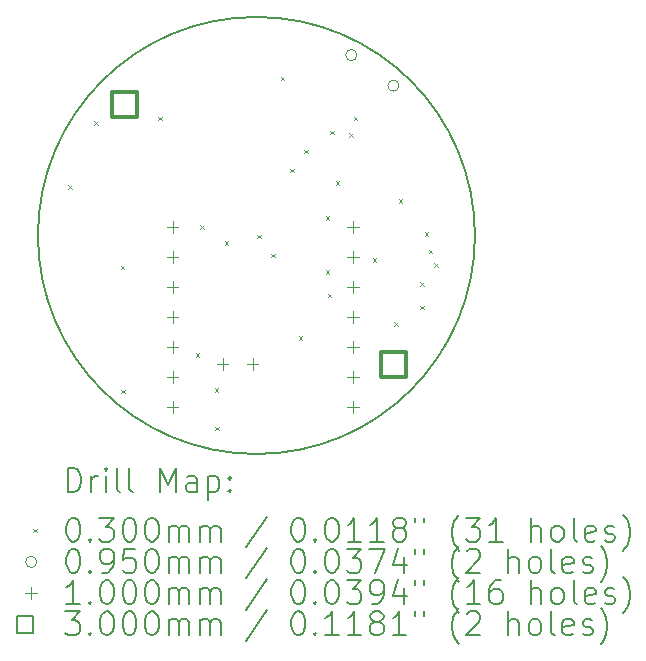
<source format=gbr>
%TF.GenerationSoftware,KiCad,Pcbnew,8.0.1*%
%TF.CreationDate,2024-04-01T21:43:55+02:00*%
%TF.ProjectId,SenseLoraCAM,53656e73-654c-46f7-9261-43414d2e6b69,rev?*%
%TF.SameCoordinates,Original*%
%TF.FileFunction,Drillmap*%
%TF.FilePolarity,Positive*%
%FSLAX45Y45*%
G04 Gerber Fmt 4.5, Leading zero omitted, Abs format (unit mm)*
G04 Created by KiCad (PCBNEW 8.0.1) date 2024-04-01 21:43:55*
%MOMM*%
%LPD*%
G01*
G04 APERTURE LIST*
%ADD10C,0.200000*%
%ADD11C,0.100000*%
%ADD12C,0.300000*%
G04 APERTURE END LIST*
D10*
X13250000Y-7970000D02*
G75*
G02*
X9550000Y-7970000I-1850000J0D01*
G01*
X9550000Y-7970000D02*
G75*
G02*
X13250000Y-7970000I1850000J0D01*
G01*
D11*
X9805000Y-7545000D02*
X9835000Y-7575000D01*
X9835000Y-7545000D02*
X9805000Y-7575000D01*
X10025000Y-7005000D02*
X10055000Y-7035000D01*
X10055000Y-7005000D02*
X10025000Y-7035000D01*
X10252500Y-8225000D02*
X10282500Y-8255000D01*
X10282500Y-8225000D02*
X10252500Y-8255000D01*
X10255000Y-9275000D02*
X10285000Y-9305000D01*
X10285000Y-9275000D02*
X10255000Y-9305000D01*
X10570000Y-6965000D02*
X10600000Y-6995000D01*
X10600000Y-6965000D02*
X10570000Y-6995000D01*
X10885000Y-8965000D02*
X10915000Y-8995000D01*
X10915000Y-8965000D02*
X10885000Y-8995000D01*
X10925000Y-7885000D02*
X10955000Y-7915000D01*
X10955000Y-7885000D02*
X10925000Y-7915000D01*
X11045000Y-9265000D02*
X11075000Y-9295000D01*
X11075000Y-9265000D02*
X11045000Y-9295000D01*
X11050679Y-9589800D02*
X11080679Y-9619800D01*
X11080679Y-9589800D02*
X11050679Y-9619800D01*
X11130000Y-8018000D02*
X11160000Y-8048000D01*
X11160000Y-8018000D02*
X11130000Y-8048000D01*
X11405000Y-7965000D02*
X11435000Y-7995000D01*
X11435000Y-7965000D02*
X11405000Y-7995000D01*
X11525000Y-8125000D02*
X11555000Y-8155000D01*
X11555000Y-8125000D02*
X11525000Y-8155000D01*
X11605000Y-6625000D02*
X11635000Y-6655000D01*
X11635000Y-6625000D02*
X11605000Y-6655000D01*
X11685000Y-7405000D02*
X11715000Y-7435000D01*
X11715000Y-7405000D02*
X11685000Y-7435000D01*
X11757500Y-8825000D02*
X11787500Y-8855000D01*
X11787500Y-8825000D02*
X11757500Y-8855000D01*
X11805000Y-7245000D02*
X11835000Y-7275000D01*
X11835000Y-7245000D02*
X11805000Y-7275000D01*
X11985000Y-7805000D02*
X12015000Y-7835000D01*
X12015000Y-7805000D02*
X11985000Y-7835000D01*
X11985000Y-8265000D02*
X12015000Y-8295000D01*
X12015000Y-8265000D02*
X11985000Y-8295000D01*
X12005000Y-8465000D02*
X12035000Y-8495000D01*
X12035000Y-8465000D02*
X12005000Y-8495000D01*
X12025000Y-7085000D02*
X12055000Y-7115000D01*
X12055000Y-7085000D02*
X12025000Y-7115000D01*
X12070000Y-7510000D02*
X12100000Y-7540000D01*
X12100000Y-7510000D02*
X12070000Y-7540000D01*
X12185000Y-7105000D02*
X12215000Y-7135000D01*
X12215000Y-7105000D02*
X12185000Y-7135000D01*
X12225000Y-6965000D02*
X12255000Y-6995000D01*
X12255000Y-6965000D02*
X12225000Y-6995000D01*
X12385000Y-8165000D02*
X12415000Y-8195000D01*
X12415000Y-8165000D02*
X12385000Y-8195000D01*
X12565000Y-8705000D02*
X12595000Y-8735000D01*
X12595000Y-8705000D02*
X12565000Y-8735000D01*
X12605000Y-7665000D02*
X12635000Y-7695000D01*
X12635000Y-7665000D02*
X12605000Y-7695000D01*
X12785000Y-8365000D02*
X12815000Y-8395000D01*
X12815000Y-8365000D02*
X12785000Y-8395000D01*
X12785000Y-8565000D02*
X12815000Y-8595000D01*
X12815000Y-8565000D02*
X12785000Y-8595000D01*
X12825000Y-7945000D02*
X12855000Y-7975000D01*
X12855000Y-7945000D02*
X12825000Y-7975000D01*
X12859038Y-8090962D02*
X12889038Y-8120962D01*
X12889038Y-8090962D02*
X12859038Y-8120962D01*
X12905000Y-8205000D02*
X12935000Y-8235000D01*
X12935000Y-8205000D02*
X12905000Y-8235000D01*
X12251135Y-6443229D02*
G75*
G02*
X12156135Y-6443229I-47500J0D01*
G01*
X12156135Y-6443229D02*
G75*
G02*
X12251135Y-6443229I47500J0D01*
G01*
X12607103Y-6701854D02*
G75*
G02*
X12512103Y-6701854I-47500J0D01*
G01*
X12512103Y-6701854D02*
G75*
G02*
X12607103Y-6701854I47500J0D01*
G01*
X10690000Y-7850000D02*
X10690000Y-7950000D01*
X10640000Y-7900000D02*
X10740000Y-7900000D01*
X10690000Y-8104000D02*
X10690000Y-8204000D01*
X10640000Y-8154000D02*
X10740000Y-8154000D01*
X10690000Y-8358000D02*
X10690000Y-8458000D01*
X10640000Y-8408000D02*
X10740000Y-8408000D01*
X10690000Y-8612000D02*
X10690000Y-8712000D01*
X10640000Y-8662000D02*
X10740000Y-8662000D01*
X10690000Y-8866000D02*
X10690000Y-8966000D01*
X10640000Y-8916000D02*
X10740000Y-8916000D01*
X10690000Y-9120000D02*
X10690000Y-9220000D01*
X10640000Y-9170000D02*
X10740000Y-9170000D01*
X10690000Y-9374000D02*
X10690000Y-9474000D01*
X10640000Y-9424000D02*
X10740000Y-9424000D01*
X11113500Y-9010000D02*
X11113500Y-9110000D01*
X11063500Y-9060000D02*
X11163500Y-9060000D01*
X11367500Y-9010000D02*
X11367500Y-9110000D01*
X11317500Y-9060000D02*
X11417500Y-9060000D01*
X12220000Y-7850000D02*
X12220000Y-7950000D01*
X12170000Y-7900000D02*
X12270000Y-7900000D01*
X12220000Y-8104000D02*
X12220000Y-8204000D01*
X12170000Y-8154000D02*
X12270000Y-8154000D01*
X12220000Y-8358000D02*
X12220000Y-8458000D01*
X12170000Y-8408000D02*
X12270000Y-8408000D01*
X12220000Y-8612000D02*
X12220000Y-8712000D01*
X12170000Y-8662000D02*
X12270000Y-8662000D01*
X12220000Y-8866000D02*
X12220000Y-8966000D01*
X12170000Y-8916000D02*
X12270000Y-8916000D01*
X12220000Y-9120000D02*
X12220000Y-9220000D01*
X12170000Y-9170000D02*
X12270000Y-9170000D01*
X12220000Y-9374000D02*
X12220000Y-9474000D01*
X12170000Y-9424000D02*
X12270000Y-9424000D01*
D12*
X10386067Y-6966067D02*
X10386067Y-6753933D01*
X10173933Y-6753933D01*
X10173933Y-6966067D01*
X10386067Y-6966067D01*
X12666067Y-9166067D02*
X12666067Y-8953933D01*
X12453933Y-8953933D01*
X12453933Y-9166067D01*
X12666067Y-9166067D01*
D10*
X9800777Y-10141484D02*
X9800777Y-9941484D01*
X9800777Y-9941484D02*
X9848396Y-9941484D01*
X9848396Y-9941484D02*
X9876967Y-9951008D01*
X9876967Y-9951008D02*
X9896015Y-9970055D01*
X9896015Y-9970055D02*
X9905539Y-9989103D01*
X9905539Y-9989103D02*
X9915063Y-10027198D01*
X9915063Y-10027198D02*
X9915063Y-10055770D01*
X9915063Y-10055770D02*
X9905539Y-10093865D01*
X9905539Y-10093865D02*
X9896015Y-10112912D01*
X9896015Y-10112912D02*
X9876967Y-10131960D01*
X9876967Y-10131960D02*
X9848396Y-10141484D01*
X9848396Y-10141484D02*
X9800777Y-10141484D01*
X10000777Y-10141484D02*
X10000777Y-10008150D01*
X10000777Y-10046246D02*
X10010301Y-10027198D01*
X10010301Y-10027198D02*
X10019824Y-10017674D01*
X10019824Y-10017674D02*
X10038872Y-10008150D01*
X10038872Y-10008150D02*
X10057920Y-10008150D01*
X10124586Y-10141484D02*
X10124586Y-10008150D01*
X10124586Y-9941484D02*
X10115063Y-9951008D01*
X10115063Y-9951008D02*
X10124586Y-9960531D01*
X10124586Y-9960531D02*
X10134110Y-9951008D01*
X10134110Y-9951008D02*
X10124586Y-9941484D01*
X10124586Y-9941484D02*
X10124586Y-9960531D01*
X10248396Y-10141484D02*
X10229348Y-10131960D01*
X10229348Y-10131960D02*
X10219824Y-10112912D01*
X10219824Y-10112912D02*
X10219824Y-9941484D01*
X10353158Y-10141484D02*
X10334110Y-10131960D01*
X10334110Y-10131960D02*
X10324586Y-10112912D01*
X10324586Y-10112912D02*
X10324586Y-9941484D01*
X10581729Y-10141484D02*
X10581729Y-9941484D01*
X10581729Y-9941484D02*
X10648396Y-10084341D01*
X10648396Y-10084341D02*
X10715063Y-9941484D01*
X10715063Y-9941484D02*
X10715063Y-10141484D01*
X10896015Y-10141484D02*
X10896015Y-10036722D01*
X10896015Y-10036722D02*
X10886491Y-10017674D01*
X10886491Y-10017674D02*
X10867444Y-10008150D01*
X10867444Y-10008150D02*
X10829348Y-10008150D01*
X10829348Y-10008150D02*
X10810301Y-10017674D01*
X10896015Y-10131960D02*
X10876967Y-10141484D01*
X10876967Y-10141484D02*
X10829348Y-10141484D01*
X10829348Y-10141484D02*
X10810301Y-10131960D01*
X10810301Y-10131960D02*
X10800777Y-10112912D01*
X10800777Y-10112912D02*
X10800777Y-10093865D01*
X10800777Y-10093865D02*
X10810301Y-10074817D01*
X10810301Y-10074817D02*
X10829348Y-10065293D01*
X10829348Y-10065293D02*
X10876967Y-10065293D01*
X10876967Y-10065293D02*
X10896015Y-10055770D01*
X10991253Y-10008150D02*
X10991253Y-10208150D01*
X10991253Y-10017674D02*
X11010301Y-10008150D01*
X11010301Y-10008150D02*
X11048396Y-10008150D01*
X11048396Y-10008150D02*
X11067444Y-10017674D01*
X11067444Y-10017674D02*
X11076967Y-10027198D01*
X11076967Y-10027198D02*
X11086491Y-10046246D01*
X11086491Y-10046246D02*
X11086491Y-10103389D01*
X11086491Y-10103389D02*
X11076967Y-10122436D01*
X11076967Y-10122436D02*
X11067444Y-10131960D01*
X11067444Y-10131960D02*
X11048396Y-10141484D01*
X11048396Y-10141484D02*
X11010301Y-10141484D01*
X11010301Y-10141484D02*
X10991253Y-10131960D01*
X11172205Y-10122436D02*
X11181729Y-10131960D01*
X11181729Y-10131960D02*
X11172205Y-10141484D01*
X11172205Y-10141484D02*
X11162682Y-10131960D01*
X11162682Y-10131960D02*
X11172205Y-10122436D01*
X11172205Y-10122436D02*
X11172205Y-10141484D01*
X11172205Y-10017674D02*
X11181729Y-10027198D01*
X11181729Y-10027198D02*
X11172205Y-10036722D01*
X11172205Y-10036722D02*
X11162682Y-10027198D01*
X11162682Y-10027198D02*
X11172205Y-10017674D01*
X11172205Y-10017674D02*
X11172205Y-10036722D01*
D11*
X9510000Y-10455000D02*
X9540000Y-10485000D01*
X9540000Y-10455000D02*
X9510000Y-10485000D01*
D10*
X9838872Y-10361484D02*
X9857920Y-10361484D01*
X9857920Y-10361484D02*
X9876967Y-10371008D01*
X9876967Y-10371008D02*
X9886491Y-10380531D01*
X9886491Y-10380531D02*
X9896015Y-10399579D01*
X9896015Y-10399579D02*
X9905539Y-10437674D01*
X9905539Y-10437674D02*
X9905539Y-10485293D01*
X9905539Y-10485293D02*
X9896015Y-10523389D01*
X9896015Y-10523389D02*
X9886491Y-10542436D01*
X9886491Y-10542436D02*
X9876967Y-10551960D01*
X9876967Y-10551960D02*
X9857920Y-10561484D01*
X9857920Y-10561484D02*
X9838872Y-10561484D01*
X9838872Y-10561484D02*
X9819824Y-10551960D01*
X9819824Y-10551960D02*
X9810301Y-10542436D01*
X9810301Y-10542436D02*
X9800777Y-10523389D01*
X9800777Y-10523389D02*
X9791253Y-10485293D01*
X9791253Y-10485293D02*
X9791253Y-10437674D01*
X9791253Y-10437674D02*
X9800777Y-10399579D01*
X9800777Y-10399579D02*
X9810301Y-10380531D01*
X9810301Y-10380531D02*
X9819824Y-10371008D01*
X9819824Y-10371008D02*
X9838872Y-10361484D01*
X9991253Y-10542436D02*
X10000777Y-10551960D01*
X10000777Y-10551960D02*
X9991253Y-10561484D01*
X9991253Y-10561484D02*
X9981729Y-10551960D01*
X9981729Y-10551960D02*
X9991253Y-10542436D01*
X9991253Y-10542436D02*
X9991253Y-10561484D01*
X10067444Y-10361484D02*
X10191253Y-10361484D01*
X10191253Y-10361484D02*
X10124586Y-10437674D01*
X10124586Y-10437674D02*
X10153158Y-10437674D01*
X10153158Y-10437674D02*
X10172205Y-10447198D01*
X10172205Y-10447198D02*
X10181729Y-10456722D01*
X10181729Y-10456722D02*
X10191253Y-10475770D01*
X10191253Y-10475770D02*
X10191253Y-10523389D01*
X10191253Y-10523389D02*
X10181729Y-10542436D01*
X10181729Y-10542436D02*
X10172205Y-10551960D01*
X10172205Y-10551960D02*
X10153158Y-10561484D01*
X10153158Y-10561484D02*
X10096015Y-10561484D01*
X10096015Y-10561484D02*
X10076967Y-10551960D01*
X10076967Y-10551960D02*
X10067444Y-10542436D01*
X10315063Y-10361484D02*
X10334110Y-10361484D01*
X10334110Y-10361484D02*
X10353158Y-10371008D01*
X10353158Y-10371008D02*
X10362682Y-10380531D01*
X10362682Y-10380531D02*
X10372205Y-10399579D01*
X10372205Y-10399579D02*
X10381729Y-10437674D01*
X10381729Y-10437674D02*
X10381729Y-10485293D01*
X10381729Y-10485293D02*
X10372205Y-10523389D01*
X10372205Y-10523389D02*
X10362682Y-10542436D01*
X10362682Y-10542436D02*
X10353158Y-10551960D01*
X10353158Y-10551960D02*
X10334110Y-10561484D01*
X10334110Y-10561484D02*
X10315063Y-10561484D01*
X10315063Y-10561484D02*
X10296015Y-10551960D01*
X10296015Y-10551960D02*
X10286491Y-10542436D01*
X10286491Y-10542436D02*
X10276967Y-10523389D01*
X10276967Y-10523389D02*
X10267444Y-10485293D01*
X10267444Y-10485293D02*
X10267444Y-10437674D01*
X10267444Y-10437674D02*
X10276967Y-10399579D01*
X10276967Y-10399579D02*
X10286491Y-10380531D01*
X10286491Y-10380531D02*
X10296015Y-10371008D01*
X10296015Y-10371008D02*
X10315063Y-10361484D01*
X10505539Y-10361484D02*
X10524586Y-10361484D01*
X10524586Y-10361484D02*
X10543634Y-10371008D01*
X10543634Y-10371008D02*
X10553158Y-10380531D01*
X10553158Y-10380531D02*
X10562682Y-10399579D01*
X10562682Y-10399579D02*
X10572205Y-10437674D01*
X10572205Y-10437674D02*
X10572205Y-10485293D01*
X10572205Y-10485293D02*
X10562682Y-10523389D01*
X10562682Y-10523389D02*
X10553158Y-10542436D01*
X10553158Y-10542436D02*
X10543634Y-10551960D01*
X10543634Y-10551960D02*
X10524586Y-10561484D01*
X10524586Y-10561484D02*
X10505539Y-10561484D01*
X10505539Y-10561484D02*
X10486491Y-10551960D01*
X10486491Y-10551960D02*
X10476967Y-10542436D01*
X10476967Y-10542436D02*
X10467444Y-10523389D01*
X10467444Y-10523389D02*
X10457920Y-10485293D01*
X10457920Y-10485293D02*
X10457920Y-10437674D01*
X10457920Y-10437674D02*
X10467444Y-10399579D01*
X10467444Y-10399579D02*
X10476967Y-10380531D01*
X10476967Y-10380531D02*
X10486491Y-10371008D01*
X10486491Y-10371008D02*
X10505539Y-10361484D01*
X10657920Y-10561484D02*
X10657920Y-10428150D01*
X10657920Y-10447198D02*
X10667444Y-10437674D01*
X10667444Y-10437674D02*
X10686491Y-10428150D01*
X10686491Y-10428150D02*
X10715063Y-10428150D01*
X10715063Y-10428150D02*
X10734110Y-10437674D01*
X10734110Y-10437674D02*
X10743634Y-10456722D01*
X10743634Y-10456722D02*
X10743634Y-10561484D01*
X10743634Y-10456722D02*
X10753158Y-10437674D01*
X10753158Y-10437674D02*
X10772205Y-10428150D01*
X10772205Y-10428150D02*
X10800777Y-10428150D01*
X10800777Y-10428150D02*
X10819825Y-10437674D01*
X10819825Y-10437674D02*
X10829348Y-10456722D01*
X10829348Y-10456722D02*
X10829348Y-10561484D01*
X10924586Y-10561484D02*
X10924586Y-10428150D01*
X10924586Y-10447198D02*
X10934110Y-10437674D01*
X10934110Y-10437674D02*
X10953158Y-10428150D01*
X10953158Y-10428150D02*
X10981729Y-10428150D01*
X10981729Y-10428150D02*
X11000777Y-10437674D01*
X11000777Y-10437674D02*
X11010301Y-10456722D01*
X11010301Y-10456722D02*
X11010301Y-10561484D01*
X11010301Y-10456722D02*
X11019825Y-10437674D01*
X11019825Y-10437674D02*
X11038872Y-10428150D01*
X11038872Y-10428150D02*
X11067444Y-10428150D01*
X11067444Y-10428150D02*
X11086491Y-10437674D01*
X11086491Y-10437674D02*
X11096015Y-10456722D01*
X11096015Y-10456722D02*
X11096015Y-10561484D01*
X11486491Y-10351960D02*
X11315063Y-10609103D01*
X11743634Y-10361484D02*
X11762682Y-10361484D01*
X11762682Y-10361484D02*
X11781729Y-10371008D01*
X11781729Y-10371008D02*
X11791253Y-10380531D01*
X11791253Y-10380531D02*
X11800777Y-10399579D01*
X11800777Y-10399579D02*
X11810301Y-10437674D01*
X11810301Y-10437674D02*
X11810301Y-10485293D01*
X11810301Y-10485293D02*
X11800777Y-10523389D01*
X11800777Y-10523389D02*
X11791253Y-10542436D01*
X11791253Y-10542436D02*
X11781729Y-10551960D01*
X11781729Y-10551960D02*
X11762682Y-10561484D01*
X11762682Y-10561484D02*
X11743634Y-10561484D01*
X11743634Y-10561484D02*
X11724586Y-10551960D01*
X11724586Y-10551960D02*
X11715063Y-10542436D01*
X11715063Y-10542436D02*
X11705539Y-10523389D01*
X11705539Y-10523389D02*
X11696015Y-10485293D01*
X11696015Y-10485293D02*
X11696015Y-10437674D01*
X11696015Y-10437674D02*
X11705539Y-10399579D01*
X11705539Y-10399579D02*
X11715063Y-10380531D01*
X11715063Y-10380531D02*
X11724586Y-10371008D01*
X11724586Y-10371008D02*
X11743634Y-10361484D01*
X11896015Y-10542436D02*
X11905539Y-10551960D01*
X11905539Y-10551960D02*
X11896015Y-10561484D01*
X11896015Y-10561484D02*
X11886491Y-10551960D01*
X11886491Y-10551960D02*
X11896015Y-10542436D01*
X11896015Y-10542436D02*
X11896015Y-10561484D01*
X12029348Y-10361484D02*
X12048396Y-10361484D01*
X12048396Y-10361484D02*
X12067444Y-10371008D01*
X12067444Y-10371008D02*
X12076967Y-10380531D01*
X12076967Y-10380531D02*
X12086491Y-10399579D01*
X12086491Y-10399579D02*
X12096015Y-10437674D01*
X12096015Y-10437674D02*
X12096015Y-10485293D01*
X12096015Y-10485293D02*
X12086491Y-10523389D01*
X12086491Y-10523389D02*
X12076967Y-10542436D01*
X12076967Y-10542436D02*
X12067444Y-10551960D01*
X12067444Y-10551960D02*
X12048396Y-10561484D01*
X12048396Y-10561484D02*
X12029348Y-10561484D01*
X12029348Y-10561484D02*
X12010301Y-10551960D01*
X12010301Y-10551960D02*
X12000777Y-10542436D01*
X12000777Y-10542436D02*
X11991253Y-10523389D01*
X11991253Y-10523389D02*
X11981729Y-10485293D01*
X11981729Y-10485293D02*
X11981729Y-10437674D01*
X11981729Y-10437674D02*
X11991253Y-10399579D01*
X11991253Y-10399579D02*
X12000777Y-10380531D01*
X12000777Y-10380531D02*
X12010301Y-10371008D01*
X12010301Y-10371008D02*
X12029348Y-10361484D01*
X12286491Y-10561484D02*
X12172206Y-10561484D01*
X12229348Y-10561484D02*
X12229348Y-10361484D01*
X12229348Y-10361484D02*
X12210301Y-10390055D01*
X12210301Y-10390055D02*
X12191253Y-10409103D01*
X12191253Y-10409103D02*
X12172206Y-10418627D01*
X12476967Y-10561484D02*
X12362682Y-10561484D01*
X12419825Y-10561484D02*
X12419825Y-10361484D01*
X12419825Y-10361484D02*
X12400777Y-10390055D01*
X12400777Y-10390055D02*
X12381729Y-10409103D01*
X12381729Y-10409103D02*
X12362682Y-10418627D01*
X12591253Y-10447198D02*
X12572206Y-10437674D01*
X12572206Y-10437674D02*
X12562682Y-10428150D01*
X12562682Y-10428150D02*
X12553158Y-10409103D01*
X12553158Y-10409103D02*
X12553158Y-10399579D01*
X12553158Y-10399579D02*
X12562682Y-10380531D01*
X12562682Y-10380531D02*
X12572206Y-10371008D01*
X12572206Y-10371008D02*
X12591253Y-10361484D01*
X12591253Y-10361484D02*
X12629348Y-10361484D01*
X12629348Y-10361484D02*
X12648396Y-10371008D01*
X12648396Y-10371008D02*
X12657920Y-10380531D01*
X12657920Y-10380531D02*
X12667444Y-10399579D01*
X12667444Y-10399579D02*
X12667444Y-10409103D01*
X12667444Y-10409103D02*
X12657920Y-10428150D01*
X12657920Y-10428150D02*
X12648396Y-10437674D01*
X12648396Y-10437674D02*
X12629348Y-10447198D01*
X12629348Y-10447198D02*
X12591253Y-10447198D01*
X12591253Y-10447198D02*
X12572206Y-10456722D01*
X12572206Y-10456722D02*
X12562682Y-10466246D01*
X12562682Y-10466246D02*
X12553158Y-10485293D01*
X12553158Y-10485293D02*
X12553158Y-10523389D01*
X12553158Y-10523389D02*
X12562682Y-10542436D01*
X12562682Y-10542436D02*
X12572206Y-10551960D01*
X12572206Y-10551960D02*
X12591253Y-10561484D01*
X12591253Y-10561484D02*
X12629348Y-10561484D01*
X12629348Y-10561484D02*
X12648396Y-10551960D01*
X12648396Y-10551960D02*
X12657920Y-10542436D01*
X12657920Y-10542436D02*
X12667444Y-10523389D01*
X12667444Y-10523389D02*
X12667444Y-10485293D01*
X12667444Y-10485293D02*
X12657920Y-10466246D01*
X12657920Y-10466246D02*
X12648396Y-10456722D01*
X12648396Y-10456722D02*
X12629348Y-10447198D01*
X12743634Y-10361484D02*
X12743634Y-10399579D01*
X12819825Y-10361484D02*
X12819825Y-10399579D01*
X13115063Y-10637674D02*
X13105539Y-10628150D01*
X13105539Y-10628150D02*
X13086491Y-10599579D01*
X13086491Y-10599579D02*
X13076968Y-10580531D01*
X13076968Y-10580531D02*
X13067444Y-10551960D01*
X13067444Y-10551960D02*
X13057920Y-10504341D01*
X13057920Y-10504341D02*
X13057920Y-10466246D01*
X13057920Y-10466246D02*
X13067444Y-10418627D01*
X13067444Y-10418627D02*
X13076968Y-10390055D01*
X13076968Y-10390055D02*
X13086491Y-10371008D01*
X13086491Y-10371008D02*
X13105539Y-10342436D01*
X13105539Y-10342436D02*
X13115063Y-10332912D01*
X13172206Y-10361484D02*
X13296015Y-10361484D01*
X13296015Y-10361484D02*
X13229348Y-10437674D01*
X13229348Y-10437674D02*
X13257920Y-10437674D01*
X13257920Y-10437674D02*
X13276968Y-10447198D01*
X13276968Y-10447198D02*
X13286491Y-10456722D01*
X13286491Y-10456722D02*
X13296015Y-10475770D01*
X13296015Y-10475770D02*
X13296015Y-10523389D01*
X13296015Y-10523389D02*
X13286491Y-10542436D01*
X13286491Y-10542436D02*
X13276968Y-10551960D01*
X13276968Y-10551960D02*
X13257920Y-10561484D01*
X13257920Y-10561484D02*
X13200777Y-10561484D01*
X13200777Y-10561484D02*
X13181729Y-10551960D01*
X13181729Y-10551960D02*
X13172206Y-10542436D01*
X13486491Y-10561484D02*
X13372206Y-10561484D01*
X13429348Y-10561484D02*
X13429348Y-10361484D01*
X13429348Y-10361484D02*
X13410301Y-10390055D01*
X13410301Y-10390055D02*
X13391253Y-10409103D01*
X13391253Y-10409103D02*
X13372206Y-10418627D01*
X13724587Y-10561484D02*
X13724587Y-10361484D01*
X13810301Y-10561484D02*
X13810301Y-10456722D01*
X13810301Y-10456722D02*
X13800777Y-10437674D01*
X13800777Y-10437674D02*
X13781730Y-10428150D01*
X13781730Y-10428150D02*
X13753158Y-10428150D01*
X13753158Y-10428150D02*
X13734110Y-10437674D01*
X13734110Y-10437674D02*
X13724587Y-10447198D01*
X13934110Y-10561484D02*
X13915063Y-10551960D01*
X13915063Y-10551960D02*
X13905539Y-10542436D01*
X13905539Y-10542436D02*
X13896015Y-10523389D01*
X13896015Y-10523389D02*
X13896015Y-10466246D01*
X13896015Y-10466246D02*
X13905539Y-10447198D01*
X13905539Y-10447198D02*
X13915063Y-10437674D01*
X13915063Y-10437674D02*
X13934110Y-10428150D01*
X13934110Y-10428150D02*
X13962682Y-10428150D01*
X13962682Y-10428150D02*
X13981730Y-10437674D01*
X13981730Y-10437674D02*
X13991253Y-10447198D01*
X13991253Y-10447198D02*
X14000777Y-10466246D01*
X14000777Y-10466246D02*
X14000777Y-10523389D01*
X14000777Y-10523389D02*
X13991253Y-10542436D01*
X13991253Y-10542436D02*
X13981730Y-10551960D01*
X13981730Y-10551960D02*
X13962682Y-10561484D01*
X13962682Y-10561484D02*
X13934110Y-10561484D01*
X14115063Y-10561484D02*
X14096015Y-10551960D01*
X14096015Y-10551960D02*
X14086491Y-10532912D01*
X14086491Y-10532912D02*
X14086491Y-10361484D01*
X14267444Y-10551960D02*
X14248396Y-10561484D01*
X14248396Y-10561484D02*
X14210301Y-10561484D01*
X14210301Y-10561484D02*
X14191253Y-10551960D01*
X14191253Y-10551960D02*
X14181730Y-10532912D01*
X14181730Y-10532912D02*
X14181730Y-10456722D01*
X14181730Y-10456722D02*
X14191253Y-10437674D01*
X14191253Y-10437674D02*
X14210301Y-10428150D01*
X14210301Y-10428150D02*
X14248396Y-10428150D01*
X14248396Y-10428150D02*
X14267444Y-10437674D01*
X14267444Y-10437674D02*
X14276968Y-10456722D01*
X14276968Y-10456722D02*
X14276968Y-10475770D01*
X14276968Y-10475770D02*
X14181730Y-10494817D01*
X14353158Y-10551960D02*
X14372206Y-10561484D01*
X14372206Y-10561484D02*
X14410301Y-10561484D01*
X14410301Y-10561484D02*
X14429349Y-10551960D01*
X14429349Y-10551960D02*
X14438872Y-10532912D01*
X14438872Y-10532912D02*
X14438872Y-10523389D01*
X14438872Y-10523389D02*
X14429349Y-10504341D01*
X14429349Y-10504341D02*
X14410301Y-10494817D01*
X14410301Y-10494817D02*
X14381730Y-10494817D01*
X14381730Y-10494817D02*
X14362682Y-10485293D01*
X14362682Y-10485293D02*
X14353158Y-10466246D01*
X14353158Y-10466246D02*
X14353158Y-10456722D01*
X14353158Y-10456722D02*
X14362682Y-10437674D01*
X14362682Y-10437674D02*
X14381730Y-10428150D01*
X14381730Y-10428150D02*
X14410301Y-10428150D01*
X14410301Y-10428150D02*
X14429349Y-10437674D01*
X14505539Y-10637674D02*
X14515063Y-10628150D01*
X14515063Y-10628150D02*
X14534111Y-10599579D01*
X14534111Y-10599579D02*
X14543634Y-10580531D01*
X14543634Y-10580531D02*
X14553158Y-10551960D01*
X14553158Y-10551960D02*
X14562682Y-10504341D01*
X14562682Y-10504341D02*
X14562682Y-10466246D01*
X14562682Y-10466246D02*
X14553158Y-10418627D01*
X14553158Y-10418627D02*
X14543634Y-10390055D01*
X14543634Y-10390055D02*
X14534111Y-10371008D01*
X14534111Y-10371008D02*
X14515063Y-10342436D01*
X14515063Y-10342436D02*
X14505539Y-10332912D01*
D11*
X9540000Y-10734000D02*
G75*
G02*
X9445000Y-10734000I-47500J0D01*
G01*
X9445000Y-10734000D02*
G75*
G02*
X9540000Y-10734000I47500J0D01*
G01*
D10*
X9838872Y-10625484D02*
X9857920Y-10625484D01*
X9857920Y-10625484D02*
X9876967Y-10635008D01*
X9876967Y-10635008D02*
X9886491Y-10644531D01*
X9886491Y-10644531D02*
X9896015Y-10663579D01*
X9896015Y-10663579D02*
X9905539Y-10701674D01*
X9905539Y-10701674D02*
X9905539Y-10749293D01*
X9905539Y-10749293D02*
X9896015Y-10787389D01*
X9896015Y-10787389D02*
X9886491Y-10806436D01*
X9886491Y-10806436D02*
X9876967Y-10815960D01*
X9876967Y-10815960D02*
X9857920Y-10825484D01*
X9857920Y-10825484D02*
X9838872Y-10825484D01*
X9838872Y-10825484D02*
X9819824Y-10815960D01*
X9819824Y-10815960D02*
X9810301Y-10806436D01*
X9810301Y-10806436D02*
X9800777Y-10787389D01*
X9800777Y-10787389D02*
X9791253Y-10749293D01*
X9791253Y-10749293D02*
X9791253Y-10701674D01*
X9791253Y-10701674D02*
X9800777Y-10663579D01*
X9800777Y-10663579D02*
X9810301Y-10644531D01*
X9810301Y-10644531D02*
X9819824Y-10635008D01*
X9819824Y-10635008D02*
X9838872Y-10625484D01*
X9991253Y-10806436D02*
X10000777Y-10815960D01*
X10000777Y-10815960D02*
X9991253Y-10825484D01*
X9991253Y-10825484D02*
X9981729Y-10815960D01*
X9981729Y-10815960D02*
X9991253Y-10806436D01*
X9991253Y-10806436D02*
X9991253Y-10825484D01*
X10096015Y-10825484D02*
X10134110Y-10825484D01*
X10134110Y-10825484D02*
X10153158Y-10815960D01*
X10153158Y-10815960D02*
X10162682Y-10806436D01*
X10162682Y-10806436D02*
X10181729Y-10777865D01*
X10181729Y-10777865D02*
X10191253Y-10739770D01*
X10191253Y-10739770D02*
X10191253Y-10663579D01*
X10191253Y-10663579D02*
X10181729Y-10644531D01*
X10181729Y-10644531D02*
X10172205Y-10635008D01*
X10172205Y-10635008D02*
X10153158Y-10625484D01*
X10153158Y-10625484D02*
X10115063Y-10625484D01*
X10115063Y-10625484D02*
X10096015Y-10635008D01*
X10096015Y-10635008D02*
X10086491Y-10644531D01*
X10086491Y-10644531D02*
X10076967Y-10663579D01*
X10076967Y-10663579D02*
X10076967Y-10711198D01*
X10076967Y-10711198D02*
X10086491Y-10730246D01*
X10086491Y-10730246D02*
X10096015Y-10739770D01*
X10096015Y-10739770D02*
X10115063Y-10749293D01*
X10115063Y-10749293D02*
X10153158Y-10749293D01*
X10153158Y-10749293D02*
X10172205Y-10739770D01*
X10172205Y-10739770D02*
X10181729Y-10730246D01*
X10181729Y-10730246D02*
X10191253Y-10711198D01*
X10372205Y-10625484D02*
X10276967Y-10625484D01*
X10276967Y-10625484D02*
X10267444Y-10720722D01*
X10267444Y-10720722D02*
X10276967Y-10711198D01*
X10276967Y-10711198D02*
X10296015Y-10701674D01*
X10296015Y-10701674D02*
X10343634Y-10701674D01*
X10343634Y-10701674D02*
X10362682Y-10711198D01*
X10362682Y-10711198D02*
X10372205Y-10720722D01*
X10372205Y-10720722D02*
X10381729Y-10739770D01*
X10381729Y-10739770D02*
X10381729Y-10787389D01*
X10381729Y-10787389D02*
X10372205Y-10806436D01*
X10372205Y-10806436D02*
X10362682Y-10815960D01*
X10362682Y-10815960D02*
X10343634Y-10825484D01*
X10343634Y-10825484D02*
X10296015Y-10825484D01*
X10296015Y-10825484D02*
X10276967Y-10815960D01*
X10276967Y-10815960D02*
X10267444Y-10806436D01*
X10505539Y-10625484D02*
X10524586Y-10625484D01*
X10524586Y-10625484D02*
X10543634Y-10635008D01*
X10543634Y-10635008D02*
X10553158Y-10644531D01*
X10553158Y-10644531D02*
X10562682Y-10663579D01*
X10562682Y-10663579D02*
X10572205Y-10701674D01*
X10572205Y-10701674D02*
X10572205Y-10749293D01*
X10572205Y-10749293D02*
X10562682Y-10787389D01*
X10562682Y-10787389D02*
X10553158Y-10806436D01*
X10553158Y-10806436D02*
X10543634Y-10815960D01*
X10543634Y-10815960D02*
X10524586Y-10825484D01*
X10524586Y-10825484D02*
X10505539Y-10825484D01*
X10505539Y-10825484D02*
X10486491Y-10815960D01*
X10486491Y-10815960D02*
X10476967Y-10806436D01*
X10476967Y-10806436D02*
X10467444Y-10787389D01*
X10467444Y-10787389D02*
X10457920Y-10749293D01*
X10457920Y-10749293D02*
X10457920Y-10701674D01*
X10457920Y-10701674D02*
X10467444Y-10663579D01*
X10467444Y-10663579D02*
X10476967Y-10644531D01*
X10476967Y-10644531D02*
X10486491Y-10635008D01*
X10486491Y-10635008D02*
X10505539Y-10625484D01*
X10657920Y-10825484D02*
X10657920Y-10692150D01*
X10657920Y-10711198D02*
X10667444Y-10701674D01*
X10667444Y-10701674D02*
X10686491Y-10692150D01*
X10686491Y-10692150D02*
X10715063Y-10692150D01*
X10715063Y-10692150D02*
X10734110Y-10701674D01*
X10734110Y-10701674D02*
X10743634Y-10720722D01*
X10743634Y-10720722D02*
X10743634Y-10825484D01*
X10743634Y-10720722D02*
X10753158Y-10701674D01*
X10753158Y-10701674D02*
X10772205Y-10692150D01*
X10772205Y-10692150D02*
X10800777Y-10692150D01*
X10800777Y-10692150D02*
X10819825Y-10701674D01*
X10819825Y-10701674D02*
X10829348Y-10720722D01*
X10829348Y-10720722D02*
X10829348Y-10825484D01*
X10924586Y-10825484D02*
X10924586Y-10692150D01*
X10924586Y-10711198D02*
X10934110Y-10701674D01*
X10934110Y-10701674D02*
X10953158Y-10692150D01*
X10953158Y-10692150D02*
X10981729Y-10692150D01*
X10981729Y-10692150D02*
X11000777Y-10701674D01*
X11000777Y-10701674D02*
X11010301Y-10720722D01*
X11010301Y-10720722D02*
X11010301Y-10825484D01*
X11010301Y-10720722D02*
X11019825Y-10701674D01*
X11019825Y-10701674D02*
X11038872Y-10692150D01*
X11038872Y-10692150D02*
X11067444Y-10692150D01*
X11067444Y-10692150D02*
X11086491Y-10701674D01*
X11086491Y-10701674D02*
X11096015Y-10720722D01*
X11096015Y-10720722D02*
X11096015Y-10825484D01*
X11486491Y-10615960D02*
X11315063Y-10873103D01*
X11743634Y-10625484D02*
X11762682Y-10625484D01*
X11762682Y-10625484D02*
X11781729Y-10635008D01*
X11781729Y-10635008D02*
X11791253Y-10644531D01*
X11791253Y-10644531D02*
X11800777Y-10663579D01*
X11800777Y-10663579D02*
X11810301Y-10701674D01*
X11810301Y-10701674D02*
X11810301Y-10749293D01*
X11810301Y-10749293D02*
X11800777Y-10787389D01*
X11800777Y-10787389D02*
X11791253Y-10806436D01*
X11791253Y-10806436D02*
X11781729Y-10815960D01*
X11781729Y-10815960D02*
X11762682Y-10825484D01*
X11762682Y-10825484D02*
X11743634Y-10825484D01*
X11743634Y-10825484D02*
X11724586Y-10815960D01*
X11724586Y-10815960D02*
X11715063Y-10806436D01*
X11715063Y-10806436D02*
X11705539Y-10787389D01*
X11705539Y-10787389D02*
X11696015Y-10749293D01*
X11696015Y-10749293D02*
X11696015Y-10701674D01*
X11696015Y-10701674D02*
X11705539Y-10663579D01*
X11705539Y-10663579D02*
X11715063Y-10644531D01*
X11715063Y-10644531D02*
X11724586Y-10635008D01*
X11724586Y-10635008D02*
X11743634Y-10625484D01*
X11896015Y-10806436D02*
X11905539Y-10815960D01*
X11905539Y-10815960D02*
X11896015Y-10825484D01*
X11896015Y-10825484D02*
X11886491Y-10815960D01*
X11886491Y-10815960D02*
X11896015Y-10806436D01*
X11896015Y-10806436D02*
X11896015Y-10825484D01*
X12029348Y-10625484D02*
X12048396Y-10625484D01*
X12048396Y-10625484D02*
X12067444Y-10635008D01*
X12067444Y-10635008D02*
X12076967Y-10644531D01*
X12076967Y-10644531D02*
X12086491Y-10663579D01*
X12086491Y-10663579D02*
X12096015Y-10701674D01*
X12096015Y-10701674D02*
X12096015Y-10749293D01*
X12096015Y-10749293D02*
X12086491Y-10787389D01*
X12086491Y-10787389D02*
X12076967Y-10806436D01*
X12076967Y-10806436D02*
X12067444Y-10815960D01*
X12067444Y-10815960D02*
X12048396Y-10825484D01*
X12048396Y-10825484D02*
X12029348Y-10825484D01*
X12029348Y-10825484D02*
X12010301Y-10815960D01*
X12010301Y-10815960D02*
X12000777Y-10806436D01*
X12000777Y-10806436D02*
X11991253Y-10787389D01*
X11991253Y-10787389D02*
X11981729Y-10749293D01*
X11981729Y-10749293D02*
X11981729Y-10701674D01*
X11981729Y-10701674D02*
X11991253Y-10663579D01*
X11991253Y-10663579D02*
X12000777Y-10644531D01*
X12000777Y-10644531D02*
X12010301Y-10635008D01*
X12010301Y-10635008D02*
X12029348Y-10625484D01*
X12162682Y-10625484D02*
X12286491Y-10625484D01*
X12286491Y-10625484D02*
X12219825Y-10701674D01*
X12219825Y-10701674D02*
X12248396Y-10701674D01*
X12248396Y-10701674D02*
X12267444Y-10711198D01*
X12267444Y-10711198D02*
X12276967Y-10720722D01*
X12276967Y-10720722D02*
X12286491Y-10739770D01*
X12286491Y-10739770D02*
X12286491Y-10787389D01*
X12286491Y-10787389D02*
X12276967Y-10806436D01*
X12276967Y-10806436D02*
X12267444Y-10815960D01*
X12267444Y-10815960D02*
X12248396Y-10825484D01*
X12248396Y-10825484D02*
X12191253Y-10825484D01*
X12191253Y-10825484D02*
X12172206Y-10815960D01*
X12172206Y-10815960D02*
X12162682Y-10806436D01*
X12353158Y-10625484D02*
X12486491Y-10625484D01*
X12486491Y-10625484D02*
X12400777Y-10825484D01*
X12648396Y-10692150D02*
X12648396Y-10825484D01*
X12600777Y-10615960D02*
X12553158Y-10758817D01*
X12553158Y-10758817D02*
X12676967Y-10758817D01*
X12743634Y-10625484D02*
X12743634Y-10663579D01*
X12819825Y-10625484D02*
X12819825Y-10663579D01*
X13115063Y-10901674D02*
X13105539Y-10892150D01*
X13105539Y-10892150D02*
X13086491Y-10863579D01*
X13086491Y-10863579D02*
X13076968Y-10844531D01*
X13076968Y-10844531D02*
X13067444Y-10815960D01*
X13067444Y-10815960D02*
X13057920Y-10768341D01*
X13057920Y-10768341D02*
X13057920Y-10730246D01*
X13057920Y-10730246D02*
X13067444Y-10682627D01*
X13067444Y-10682627D02*
X13076968Y-10654055D01*
X13076968Y-10654055D02*
X13086491Y-10635008D01*
X13086491Y-10635008D02*
X13105539Y-10606436D01*
X13105539Y-10606436D02*
X13115063Y-10596912D01*
X13181729Y-10644531D02*
X13191253Y-10635008D01*
X13191253Y-10635008D02*
X13210301Y-10625484D01*
X13210301Y-10625484D02*
X13257920Y-10625484D01*
X13257920Y-10625484D02*
X13276968Y-10635008D01*
X13276968Y-10635008D02*
X13286491Y-10644531D01*
X13286491Y-10644531D02*
X13296015Y-10663579D01*
X13296015Y-10663579D02*
X13296015Y-10682627D01*
X13296015Y-10682627D02*
X13286491Y-10711198D01*
X13286491Y-10711198D02*
X13172206Y-10825484D01*
X13172206Y-10825484D02*
X13296015Y-10825484D01*
X13534110Y-10825484D02*
X13534110Y-10625484D01*
X13619825Y-10825484D02*
X13619825Y-10720722D01*
X13619825Y-10720722D02*
X13610301Y-10701674D01*
X13610301Y-10701674D02*
X13591253Y-10692150D01*
X13591253Y-10692150D02*
X13562682Y-10692150D01*
X13562682Y-10692150D02*
X13543634Y-10701674D01*
X13543634Y-10701674D02*
X13534110Y-10711198D01*
X13743634Y-10825484D02*
X13724587Y-10815960D01*
X13724587Y-10815960D02*
X13715063Y-10806436D01*
X13715063Y-10806436D02*
X13705539Y-10787389D01*
X13705539Y-10787389D02*
X13705539Y-10730246D01*
X13705539Y-10730246D02*
X13715063Y-10711198D01*
X13715063Y-10711198D02*
X13724587Y-10701674D01*
X13724587Y-10701674D02*
X13743634Y-10692150D01*
X13743634Y-10692150D02*
X13772206Y-10692150D01*
X13772206Y-10692150D02*
X13791253Y-10701674D01*
X13791253Y-10701674D02*
X13800777Y-10711198D01*
X13800777Y-10711198D02*
X13810301Y-10730246D01*
X13810301Y-10730246D02*
X13810301Y-10787389D01*
X13810301Y-10787389D02*
X13800777Y-10806436D01*
X13800777Y-10806436D02*
X13791253Y-10815960D01*
X13791253Y-10815960D02*
X13772206Y-10825484D01*
X13772206Y-10825484D02*
X13743634Y-10825484D01*
X13924587Y-10825484D02*
X13905539Y-10815960D01*
X13905539Y-10815960D02*
X13896015Y-10796912D01*
X13896015Y-10796912D02*
X13896015Y-10625484D01*
X14076968Y-10815960D02*
X14057920Y-10825484D01*
X14057920Y-10825484D02*
X14019825Y-10825484D01*
X14019825Y-10825484D02*
X14000777Y-10815960D01*
X14000777Y-10815960D02*
X13991253Y-10796912D01*
X13991253Y-10796912D02*
X13991253Y-10720722D01*
X13991253Y-10720722D02*
X14000777Y-10701674D01*
X14000777Y-10701674D02*
X14019825Y-10692150D01*
X14019825Y-10692150D02*
X14057920Y-10692150D01*
X14057920Y-10692150D02*
X14076968Y-10701674D01*
X14076968Y-10701674D02*
X14086491Y-10720722D01*
X14086491Y-10720722D02*
X14086491Y-10739770D01*
X14086491Y-10739770D02*
X13991253Y-10758817D01*
X14162682Y-10815960D02*
X14181730Y-10825484D01*
X14181730Y-10825484D02*
X14219825Y-10825484D01*
X14219825Y-10825484D02*
X14238872Y-10815960D01*
X14238872Y-10815960D02*
X14248396Y-10796912D01*
X14248396Y-10796912D02*
X14248396Y-10787389D01*
X14248396Y-10787389D02*
X14238872Y-10768341D01*
X14238872Y-10768341D02*
X14219825Y-10758817D01*
X14219825Y-10758817D02*
X14191253Y-10758817D01*
X14191253Y-10758817D02*
X14172206Y-10749293D01*
X14172206Y-10749293D02*
X14162682Y-10730246D01*
X14162682Y-10730246D02*
X14162682Y-10720722D01*
X14162682Y-10720722D02*
X14172206Y-10701674D01*
X14172206Y-10701674D02*
X14191253Y-10692150D01*
X14191253Y-10692150D02*
X14219825Y-10692150D01*
X14219825Y-10692150D02*
X14238872Y-10701674D01*
X14315063Y-10901674D02*
X14324587Y-10892150D01*
X14324587Y-10892150D02*
X14343634Y-10863579D01*
X14343634Y-10863579D02*
X14353158Y-10844531D01*
X14353158Y-10844531D02*
X14362682Y-10815960D01*
X14362682Y-10815960D02*
X14372206Y-10768341D01*
X14372206Y-10768341D02*
X14372206Y-10730246D01*
X14372206Y-10730246D02*
X14362682Y-10682627D01*
X14362682Y-10682627D02*
X14353158Y-10654055D01*
X14353158Y-10654055D02*
X14343634Y-10635008D01*
X14343634Y-10635008D02*
X14324587Y-10606436D01*
X14324587Y-10606436D02*
X14315063Y-10596912D01*
D11*
X9490000Y-10948000D02*
X9490000Y-11048000D01*
X9440000Y-10998000D02*
X9540000Y-10998000D01*
D10*
X9905539Y-11089484D02*
X9791253Y-11089484D01*
X9848396Y-11089484D02*
X9848396Y-10889484D01*
X9848396Y-10889484D02*
X9829348Y-10918055D01*
X9829348Y-10918055D02*
X9810301Y-10937103D01*
X9810301Y-10937103D02*
X9791253Y-10946627D01*
X9991253Y-11070436D02*
X10000777Y-11079960D01*
X10000777Y-11079960D02*
X9991253Y-11089484D01*
X9991253Y-11089484D02*
X9981729Y-11079960D01*
X9981729Y-11079960D02*
X9991253Y-11070436D01*
X9991253Y-11070436D02*
X9991253Y-11089484D01*
X10124586Y-10889484D02*
X10143634Y-10889484D01*
X10143634Y-10889484D02*
X10162682Y-10899008D01*
X10162682Y-10899008D02*
X10172205Y-10908531D01*
X10172205Y-10908531D02*
X10181729Y-10927579D01*
X10181729Y-10927579D02*
X10191253Y-10965674D01*
X10191253Y-10965674D02*
X10191253Y-11013293D01*
X10191253Y-11013293D02*
X10181729Y-11051389D01*
X10181729Y-11051389D02*
X10172205Y-11070436D01*
X10172205Y-11070436D02*
X10162682Y-11079960D01*
X10162682Y-11079960D02*
X10143634Y-11089484D01*
X10143634Y-11089484D02*
X10124586Y-11089484D01*
X10124586Y-11089484D02*
X10105539Y-11079960D01*
X10105539Y-11079960D02*
X10096015Y-11070436D01*
X10096015Y-11070436D02*
X10086491Y-11051389D01*
X10086491Y-11051389D02*
X10076967Y-11013293D01*
X10076967Y-11013293D02*
X10076967Y-10965674D01*
X10076967Y-10965674D02*
X10086491Y-10927579D01*
X10086491Y-10927579D02*
X10096015Y-10908531D01*
X10096015Y-10908531D02*
X10105539Y-10899008D01*
X10105539Y-10899008D02*
X10124586Y-10889484D01*
X10315063Y-10889484D02*
X10334110Y-10889484D01*
X10334110Y-10889484D02*
X10353158Y-10899008D01*
X10353158Y-10899008D02*
X10362682Y-10908531D01*
X10362682Y-10908531D02*
X10372205Y-10927579D01*
X10372205Y-10927579D02*
X10381729Y-10965674D01*
X10381729Y-10965674D02*
X10381729Y-11013293D01*
X10381729Y-11013293D02*
X10372205Y-11051389D01*
X10372205Y-11051389D02*
X10362682Y-11070436D01*
X10362682Y-11070436D02*
X10353158Y-11079960D01*
X10353158Y-11079960D02*
X10334110Y-11089484D01*
X10334110Y-11089484D02*
X10315063Y-11089484D01*
X10315063Y-11089484D02*
X10296015Y-11079960D01*
X10296015Y-11079960D02*
X10286491Y-11070436D01*
X10286491Y-11070436D02*
X10276967Y-11051389D01*
X10276967Y-11051389D02*
X10267444Y-11013293D01*
X10267444Y-11013293D02*
X10267444Y-10965674D01*
X10267444Y-10965674D02*
X10276967Y-10927579D01*
X10276967Y-10927579D02*
X10286491Y-10908531D01*
X10286491Y-10908531D02*
X10296015Y-10899008D01*
X10296015Y-10899008D02*
X10315063Y-10889484D01*
X10505539Y-10889484D02*
X10524586Y-10889484D01*
X10524586Y-10889484D02*
X10543634Y-10899008D01*
X10543634Y-10899008D02*
X10553158Y-10908531D01*
X10553158Y-10908531D02*
X10562682Y-10927579D01*
X10562682Y-10927579D02*
X10572205Y-10965674D01*
X10572205Y-10965674D02*
X10572205Y-11013293D01*
X10572205Y-11013293D02*
X10562682Y-11051389D01*
X10562682Y-11051389D02*
X10553158Y-11070436D01*
X10553158Y-11070436D02*
X10543634Y-11079960D01*
X10543634Y-11079960D02*
X10524586Y-11089484D01*
X10524586Y-11089484D02*
X10505539Y-11089484D01*
X10505539Y-11089484D02*
X10486491Y-11079960D01*
X10486491Y-11079960D02*
X10476967Y-11070436D01*
X10476967Y-11070436D02*
X10467444Y-11051389D01*
X10467444Y-11051389D02*
X10457920Y-11013293D01*
X10457920Y-11013293D02*
X10457920Y-10965674D01*
X10457920Y-10965674D02*
X10467444Y-10927579D01*
X10467444Y-10927579D02*
X10476967Y-10908531D01*
X10476967Y-10908531D02*
X10486491Y-10899008D01*
X10486491Y-10899008D02*
X10505539Y-10889484D01*
X10657920Y-11089484D02*
X10657920Y-10956150D01*
X10657920Y-10975198D02*
X10667444Y-10965674D01*
X10667444Y-10965674D02*
X10686491Y-10956150D01*
X10686491Y-10956150D02*
X10715063Y-10956150D01*
X10715063Y-10956150D02*
X10734110Y-10965674D01*
X10734110Y-10965674D02*
X10743634Y-10984722D01*
X10743634Y-10984722D02*
X10743634Y-11089484D01*
X10743634Y-10984722D02*
X10753158Y-10965674D01*
X10753158Y-10965674D02*
X10772205Y-10956150D01*
X10772205Y-10956150D02*
X10800777Y-10956150D01*
X10800777Y-10956150D02*
X10819825Y-10965674D01*
X10819825Y-10965674D02*
X10829348Y-10984722D01*
X10829348Y-10984722D02*
X10829348Y-11089484D01*
X10924586Y-11089484D02*
X10924586Y-10956150D01*
X10924586Y-10975198D02*
X10934110Y-10965674D01*
X10934110Y-10965674D02*
X10953158Y-10956150D01*
X10953158Y-10956150D02*
X10981729Y-10956150D01*
X10981729Y-10956150D02*
X11000777Y-10965674D01*
X11000777Y-10965674D02*
X11010301Y-10984722D01*
X11010301Y-10984722D02*
X11010301Y-11089484D01*
X11010301Y-10984722D02*
X11019825Y-10965674D01*
X11019825Y-10965674D02*
X11038872Y-10956150D01*
X11038872Y-10956150D02*
X11067444Y-10956150D01*
X11067444Y-10956150D02*
X11086491Y-10965674D01*
X11086491Y-10965674D02*
X11096015Y-10984722D01*
X11096015Y-10984722D02*
X11096015Y-11089484D01*
X11486491Y-10879960D02*
X11315063Y-11137103D01*
X11743634Y-10889484D02*
X11762682Y-10889484D01*
X11762682Y-10889484D02*
X11781729Y-10899008D01*
X11781729Y-10899008D02*
X11791253Y-10908531D01*
X11791253Y-10908531D02*
X11800777Y-10927579D01*
X11800777Y-10927579D02*
X11810301Y-10965674D01*
X11810301Y-10965674D02*
X11810301Y-11013293D01*
X11810301Y-11013293D02*
X11800777Y-11051389D01*
X11800777Y-11051389D02*
X11791253Y-11070436D01*
X11791253Y-11070436D02*
X11781729Y-11079960D01*
X11781729Y-11079960D02*
X11762682Y-11089484D01*
X11762682Y-11089484D02*
X11743634Y-11089484D01*
X11743634Y-11089484D02*
X11724586Y-11079960D01*
X11724586Y-11079960D02*
X11715063Y-11070436D01*
X11715063Y-11070436D02*
X11705539Y-11051389D01*
X11705539Y-11051389D02*
X11696015Y-11013293D01*
X11696015Y-11013293D02*
X11696015Y-10965674D01*
X11696015Y-10965674D02*
X11705539Y-10927579D01*
X11705539Y-10927579D02*
X11715063Y-10908531D01*
X11715063Y-10908531D02*
X11724586Y-10899008D01*
X11724586Y-10899008D02*
X11743634Y-10889484D01*
X11896015Y-11070436D02*
X11905539Y-11079960D01*
X11905539Y-11079960D02*
X11896015Y-11089484D01*
X11896015Y-11089484D02*
X11886491Y-11079960D01*
X11886491Y-11079960D02*
X11896015Y-11070436D01*
X11896015Y-11070436D02*
X11896015Y-11089484D01*
X12029348Y-10889484D02*
X12048396Y-10889484D01*
X12048396Y-10889484D02*
X12067444Y-10899008D01*
X12067444Y-10899008D02*
X12076967Y-10908531D01*
X12076967Y-10908531D02*
X12086491Y-10927579D01*
X12086491Y-10927579D02*
X12096015Y-10965674D01*
X12096015Y-10965674D02*
X12096015Y-11013293D01*
X12096015Y-11013293D02*
X12086491Y-11051389D01*
X12086491Y-11051389D02*
X12076967Y-11070436D01*
X12076967Y-11070436D02*
X12067444Y-11079960D01*
X12067444Y-11079960D02*
X12048396Y-11089484D01*
X12048396Y-11089484D02*
X12029348Y-11089484D01*
X12029348Y-11089484D02*
X12010301Y-11079960D01*
X12010301Y-11079960D02*
X12000777Y-11070436D01*
X12000777Y-11070436D02*
X11991253Y-11051389D01*
X11991253Y-11051389D02*
X11981729Y-11013293D01*
X11981729Y-11013293D02*
X11981729Y-10965674D01*
X11981729Y-10965674D02*
X11991253Y-10927579D01*
X11991253Y-10927579D02*
X12000777Y-10908531D01*
X12000777Y-10908531D02*
X12010301Y-10899008D01*
X12010301Y-10899008D02*
X12029348Y-10889484D01*
X12162682Y-10889484D02*
X12286491Y-10889484D01*
X12286491Y-10889484D02*
X12219825Y-10965674D01*
X12219825Y-10965674D02*
X12248396Y-10965674D01*
X12248396Y-10965674D02*
X12267444Y-10975198D01*
X12267444Y-10975198D02*
X12276967Y-10984722D01*
X12276967Y-10984722D02*
X12286491Y-11003770D01*
X12286491Y-11003770D02*
X12286491Y-11051389D01*
X12286491Y-11051389D02*
X12276967Y-11070436D01*
X12276967Y-11070436D02*
X12267444Y-11079960D01*
X12267444Y-11079960D02*
X12248396Y-11089484D01*
X12248396Y-11089484D02*
X12191253Y-11089484D01*
X12191253Y-11089484D02*
X12172206Y-11079960D01*
X12172206Y-11079960D02*
X12162682Y-11070436D01*
X12381729Y-11089484D02*
X12419825Y-11089484D01*
X12419825Y-11089484D02*
X12438872Y-11079960D01*
X12438872Y-11079960D02*
X12448396Y-11070436D01*
X12448396Y-11070436D02*
X12467444Y-11041865D01*
X12467444Y-11041865D02*
X12476967Y-11003770D01*
X12476967Y-11003770D02*
X12476967Y-10927579D01*
X12476967Y-10927579D02*
X12467444Y-10908531D01*
X12467444Y-10908531D02*
X12457920Y-10899008D01*
X12457920Y-10899008D02*
X12438872Y-10889484D01*
X12438872Y-10889484D02*
X12400777Y-10889484D01*
X12400777Y-10889484D02*
X12381729Y-10899008D01*
X12381729Y-10899008D02*
X12372206Y-10908531D01*
X12372206Y-10908531D02*
X12362682Y-10927579D01*
X12362682Y-10927579D02*
X12362682Y-10975198D01*
X12362682Y-10975198D02*
X12372206Y-10994246D01*
X12372206Y-10994246D02*
X12381729Y-11003770D01*
X12381729Y-11003770D02*
X12400777Y-11013293D01*
X12400777Y-11013293D02*
X12438872Y-11013293D01*
X12438872Y-11013293D02*
X12457920Y-11003770D01*
X12457920Y-11003770D02*
X12467444Y-10994246D01*
X12467444Y-10994246D02*
X12476967Y-10975198D01*
X12648396Y-10956150D02*
X12648396Y-11089484D01*
X12600777Y-10879960D02*
X12553158Y-11022817D01*
X12553158Y-11022817D02*
X12676967Y-11022817D01*
X12743634Y-10889484D02*
X12743634Y-10927579D01*
X12819825Y-10889484D02*
X12819825Y-10927579D01*
X13115063Y-11165674D02*
X13105539Y-11156150D01*
X13105539Y-11156150D02*
X13086491Y-11127579D01*
X13086491Y-11127579D02*
X13076968Y-11108531D01*
X13076968Y-11108531D02*
X13067444Y-11079960D01*
X13067444Y-11079960D02*
X13057920Y-11032341D01*
X13057920Y-11032341D02*
X13057920Y-10994246D01*
X13057920Y-10994246D02*
X13067444Y-10946627D01*
X13067444Y-10946627D02*
X13076968Y-10918055D01*
X13076968Y-10918055D02*
X13086491Y-10899008D01*
X13086491Y-10899008D02*
X13105539Y-10870436D01*
X13105539Y-10870436D02*
X13115063Y-10860912D01*
X13296015Y-11089484D02*
X13181729Y-11089484D01*
X13238872Y-11089484D02*
X13238872Y-10889484D01*
X13238872Y-10889484D02*
X13219825Y-10918055D01*
X13219825Y-10918055D02*
X13200777Y-10937103D01*
X13200777Y-10937103D02*
X13181729Y-10946627D01*
X13467444Y-10889484D02*
X13429348Y-10889484D01*
X13429348Y-10889484D02*
X13410301Y-10899008D01*
X13410301Y-10899008D02*
X13400777Y-10908531D01*
X13400777Y-10908531D02*
X13381729Y-10937103D01*
X13381729Y-10937103D02*
X13372206Y-10975198D01*
X13372206Y-10975198D02*
X13372206Y-11051389D01*
X13372206Y-11051389D02*
X13381729Y-11070436D01*
X13381729Y-11070436D02*
X13391253Y-11079960D01*
X13391253Y-11079960D02*
X13410301Y-11089484D01*
X13410301Y-11089484D02*
X13448396Y-11089484D01*
X13448396Y-11089484D02*
X13467444Y-11079960D01*
X13467444Y-11079960D02*
X13476968Y-11070436D01*
X13476968Y-11070436D02*
X13486491Y-11051389D01*
X13486491Y-11051389D02*
X13486491Y-11003770D01*
X13486491Y-11003770D02*
X13476968Y-10984722D01*
X13476968Y-10984722D02*
X13467444Y-10975198D01*
X13467444Y-10975198D02*
X13448396Y-10965674D01*
X13448396Y-10965674D02*
X13410301Y-10965674D01*
X13410301Y-10965674D02*
X13391253Y-10975198D01*
X13391253Y-10975198D02*
X13381729Y-10984722D01*
X13381729Y-10984722D02*
X13372206Y-11003770D01*
X13724587Y-11089484D02*
X13724587Y-10889484D01*
X13810301Y-11089484D02*
X13810301Y-10984722D01*
X13810301Y-10984722D02*
X13800777Y-10965674D01*
X13800777Y-10965674D02*
X13781730Y-10956150D01*
X13781730Y-10956150D02*
X13753158Y-10956150D01*
X13753158Y-10956150D02*
X13734110Y-10965674D01*
X13734110Y-10965674D02*
X13724587Y-10975198D01*
X13934110Y-11089484D02*
X13915063Y-11079960D01*
X13915063Y-11079960D02*
X13905539Y-11070436D01*
X13905539Y-11070436D02*
X13896015Y-11051389D01*
X13896015Y-11051389D02*
X13896015Y-10994246D01*
X13896015Y-10994246D02*
X13905539Y-10975198D01*
X13905539Y-10975198D02*
X13915063Y-10965674D01*
X13915063Y-10965674D02*
X13934110Y-10956150D01*
X13934110Y-10956150D02*
X13962682Y-10956150D01*
X13962682Y-10956150D02*
X13981730Y-10965674D01*
X13981730Y-10965674D02*
X13991253Y-10975198D01*
X13991253Y-10975198D02*
X14000777Y-10994246D01*
X14000777Y-10994246D02*
X14000777Y-11051389D01*
X14000777Y-11051389D02*
X13991253Y-11070436D01*
X13991253Y-11070436D02*
X13981730Y-11079960D01*
X13981730Y-11079960D02*
X13962682Y-11089484D01*
X13962682Y-11089484D02*
X13934110Y-11089484D01*
X14115063Y-11089484D02*
X14096015Y-11079960D01*
X14096015Y-11079960D02*
X14086491Y-11060912D01*
X14086491Y-11060912D02*
X14086491Y-10889484D01*
X14267444Y-11079960D02*
X14248396Y-11089484D01*
X14248396Y-11089484D02*
X14210301Y-11089484D01*
X14210301Y-11089484D02*
X14191253Y-11079960D01*
X14191253Y-11079960D02*
X14181730Y-11060912D01*
X14181730Y-11060912D02*
X14181730Y-10984722D01*
X14181730Y-10984722D02*
X14191253Y-10965674D01*
X14191253Y-10965674D02*
X14210301Y-10956150D01*
X14210301Y-10956150D02*
X14248396Y-10956150D01*
X14248396Y-10956150D02*
X14267444Y-10965674D01*
X14267444Y-10965674D02*
X14276968Y-10984722D01*
X14276968Y-10984722D02*
X14276968Y-11003770D01*
X14276968Y-11003770D02*
X14181730Y-11022817D01*
X14353158Y-11079960D02*
X14372206Y-11089484D01*
X14372206Y-11089484D02*
X14410301Y-11089484D01*
X14410301Y-11089484D02*
X14429349Y-11079960D01*
X14429349Y-11079960D02*
X14438872Y-11060912D01*
X14438872Y-11060912D02*
X14438872Y-11051389D01*
X14438872Y-11051389D02*
X14429349Y-11032341D01*
X14429349Y-11032341D02*
X14410301Y-11022817D01*
X14410301Y-11022817D02*
X14381730Y-11022817D01*
X14381730Y-11022817D02*
X14362682Y-11013293D01*
X14362682Y-11013293D02*
X14353158Y-10994246D01*
X14353158Y-10994246D02*
X14353158Y-10984722D01*
X14353158Y-10984722D02*
X14362682Y-10965674D01*
X14362682Y-10965674D02*
X14381730Y-10956150D01*
X14381730Y-10956150D02*
X14410301Y-10956150D01*
X14410301Y-10956150D02*
X14429349Y-10965674D01*
X14505539Y-11165674D02*
X14515063Y-11156150D01*
X14515063Y-11156150D02*
X14534111Y-11127579D01*
X14534111Y-11127579D02*
X14543634Y-11108531D01*
X14543634Y-11108531D02*
X14553158Y-11079960D01*
X14553158Y-11079960D02*
X14562682Y-11032341D01*
X14562682Y-11032341D02*
X14562682Y-10994246D01*
X14562682Y-10994246D02*
X14553158Y-10946627D01*
X14553158Y-10946627D02*
X14543634Y-10918055D01*
X14543634Y-10918055D02*
X14534111Y-10899008D01*
X14534111Y-10899008D02*
X14515063Y-10870436D01*
X14515063Y-10870436D02*
X14505539Y-10860912D01*
X9510711Y-11332711D02*
X9510711Y-11191289D01*
X9369289Y-11191289D01*
X9369289Y-11332711D01*
X9510711Y-11332711D01*
X9781729Y-11153484D02*
X9905539Y-11153484D01*
X9905539Y-11153484D02*
X9838872Y-11229674D01*
X9838872Y-11229674D02*
X9867444Y-11229674D01*
X9867444Y-11229674D02*
X9886491Y-11239198D01*
X9886491Y-11239198D02*
X9896015Y-11248722D01*
X9896015Y-11248722D02*
X9905539Y-11267769D01*
X9905539Y-11267769D02*
X9905539Y-11315388D01*
X9905539Y-11315388D02*
X9896015Y-11334436D01*
X9896015Y-11334436D02*
X9886491Y-11343960D01*
X9886491Y-11343960D02*
X9867444Y-11353484D01*
X9867444Y-11353484D02*
X9810301Y-11353484D01*
X9810301Y-11353484D02*
X9791253Y-11343960D01*
X9791253Y-11343960D02*
X9781729Y-11334436D01*
X9991253Y-11334436D02*
X10000777Y-11343960D01*
X10000777Y-11343960D02*
X9991253Y-11353484D01*
X9991253Y-11353484D02*
X9981729Y-11343960D01*
X9981729Y-11343960D02*
X9991253Y-11334436D01*
X9991253Y-11334436D02*
X9991253Y-11353484D01*
X10124586Y-11153484D02*
X10143634Y-11153484D01*
X10143634Y-11153484D02*
X10162682Y-11163008D01*
X10162682Y-11163008D02*
X10172205Y-11172531D01*
X10172205Y-11172531D02*
X10181729Y-11191579D01*
X10181729Y-11191579D02*
X10191253Y-11229674D01*
X10191253Y-11229674D02*
X10191253Y-11277293D01*
X10191253Y-11277293D02*
X10181729Y-11315388D01*
X10181729Y-11315388D02*
X10172205Y-11334436D01*
X10172205Y-11334436D02*
X10162682Y-11343960D01*
X10162682Y-11343960D02*
X10143634Y-11353484D01*
X10143634Y-11353484D02*
X10124586Y-11353484D01*
X10124586Y-11353484D02*
X10105539Y-11343960D01*
X10105539Y-11343960D02*
X10096015Y-11334436D01*
X10096015Y-11334436D02*
X10086491Y-11315388D01*
X10086491Y-11315388D02*
X10076967Y-11277293D01*
X10076967Y-11277293D02*
X10076967Y-11229674D01*
X10076967Y-11229674D02*
X10086491Y-11191579D01*
X10086491Y-11191579D02*
X10096015Y-11172531D01*
X10096015Y-11172531D02*
X10105539Y-11163008D01*
X10105539Y-11163008D02*
X10124586Y-11153484D01*
X10315063Y-11153484D02*
X10334110Y-11153484D01*
X10334110Y-11153484D02*
X10353158Y-11163008D01*
X10353158Y-11163008D02*
X10362682Y-11172531D01*
X10362682Y-11172531D02*
X10372205Y-11191579D01*
X10372205Y-11191579D02*
X10381729Y-11229674D01*
X10381729Y-11229674D02*
X10381729Y-11277293D01*
X10381729Y-11277293D02*
X10372205Y-11315388D01*
X10372205Y-11315388D02*
X10362682Y-11334436D01*
X10362682Y-11334436D02*
X10353158Y-11343960D01*
X10353158Y-11343960D02*
X10334110Y-11353484D01*
X10334110Y-11353484D02*
X10315063Y-11353484D01*
X10315063Y-11353484D02*
X10296015Y-11343960D01*
X10296015Y-11343960D02*
X10286491Y-11334436D01*
X10286491Y-11334436D02*
X10276967Y-11315388D01*
X10276967Y-11315388D02*
X10267444Y-11277293D01*
X10267444Y-11277293D02*
X10267444Y-11229674D01*
X10267444Y-11229674D02*
X10276967Y-11191579D01*
X10276967Y-11191579D02*
X10286491Y-11172531D01*
X10286491Y-11172531D02*
X10296015Y-11163008D01*
X10296015Y-11163008D02*
X10315063Y-11153484D01*
X10505539Y-11153484D02*
X10524586Y-11153484D01*
X10524586Y-11153484D02*
X10543634Y-11163008D01*
X10543634Y-11163008D02*
X10553158Y-11172531D01*
X10553158Y-11172531D02*
X10562682Y-11191579D01*
X10562682Y-11191579D02*
X10572205Y-11229674D01*
X10572205Y-11229674D02*
X10572205Y-11277293D01*
X10572205Y-11277293D02*
X10562682Y-11315388D01*
X10562682Y-11315388D02*
X10553158Y-11334436D01*
X10553158Y-11334436D02*
X10543634Y-11343960D01*
X10543634Y-11343960D02*
X10524586Y-11353484D01*
X10524586Y-11353484D02*
X10505539Y-11353484D01*
X10505539Y-11353484D02*
X10486491Y-11343960D01*
X10486491Y-11343960D02*
X10476967Y-11334436D01*
X10476967Y-11334436D02*
X10467444Y-11315388D01*
X10467444Y-11315388D02*
X10457920Y-11277293D01*
X10457920Y-11277293D02*
X10457920Y-11229674D01*
X10457920Y-11229674D02*
X10467444Y-11191579D01*
X10467444Y-11191579D02*
X10476967Y-11172531D01*
X10476967Y-11172531D02*
X10486491Y-11163008D01*
X10486491Y-11163008D02*
X10505539Y-11153484D01*
X10657920Y-11353484D02*
X10657920Y-11220150D01*
X10657920Y-11239198D02*
X10667444Y-11229674D01*
X10667444Y-11229674D02*
X10686491Y-11220150D01*
X10686491Y-11220150D02*
X10715063Y-11220150D01*
X10715063Y-11220150D02*
X10734110Y-11229674D01*
X10734110Y-11229674D02*
X10743634Y-11248722D01*
X10743634Y-11248722D02*
X10743634Y-11353484D01*
X10743634Y-11248722D02*
X10753158Y-11229674D01*
X10753158Y-11229674D02*
X10772205Y-11220150D01*
X10772205Y-11220150D02*
X10800777Y-11220150D01*
X10800777Y-11220150D02*
X10819825Y-11229674D01*
X10819825Y-11229674D02*
X10829348Y-11248722D01*
X10829348Y-11248722D02*
X10829348Y-11353484D01*
X10924586Y-11353484D02*
X10924586Y-11220150D01*
X10924586Y-11239198D02*
X10934110Y-11229674D01*
X10934110Y-11229674D02*
X10953158Y-11220150D01*
X10953158Y-11220150D02*
X10981729Y-11220150D01*
X10981729Y-11220150D02*
X11000777Y-11229674D01*
X11000777Y-11229674D02*
X11010301Y-11248722D01*
X11010301Y-11248722D02*
X11010301Y-11353484D01*
X11010301Y-11248722D02*
X11019825Y-11229674D01*
X11019825Y-11229674D02*
X11038872Y-11220150D01*
X11038872Y-11220150D02*
X11067444Y-11220150D01*
X11067444Y-11220150D02*
X11086491Y-11229674D01*
X11086491Y-11229674D02*
X11096015Y-11248722D01*
X11096015Y-11248722D02*
X11096015Y-11353484D01*
X11486491Y-11143960D02*
X11315063Y-11401103D01*
X11743634Y-11153484D02*
X11762682Y-11153484D01*
X11762682Y-11153484D02*
X11781729Y-11163008D01*
X11781729Y-11163008D02*
X11791253Y-11172531D01*
X11791253Y-11172531D02*
X11800777Y-11191579D01*
X11800777Y-11191579D02*
X11810301Y-11229674D01*
X11810301Y-11229674D02*
X11810301Y-11277293D01*
X11810301Y-11277293D02*
X11800777Y-11315388D01*
X11800777Y-11315388D02*
X11791253Y-11334436D01*
X11791253Y-11334436D02*
X11781729Y-11343960D01*
X11781729Y-11343960D02*
X11762682Y-11353484D01*
X11762682Y-11353484D02*
X11743634Y-11353484D01*
X11743634Y-11353484D02*
X11724586Y-11343960D01*
X11724586Y-11343960D02*
X11715063Y-11334436D01*
X11715063Y-11334436D02*
X11705539Y-11315388D01*
X11705539Y-11315388D02*
X11696015Y-11277293D01*
X11696015Y-11277293D02*
X11696015Y-11229674D01*
X11696015Y-11229674D02*
X11705539Y-11191579D01*
X11705539Y-11191579D02*
X11715063Y-11172531D01*
X11715063Y-11172531D02*
X11724586Y-11163008D01*
X11724586Y-11163008D02*
X11743634Y-11153484D01*
X11896015Y-11334436D02*
X11905539Y-11343960D01*
X11905539Y-11343960D02*
X11896015Y-11353484D01*
X11896015Y-11353484D02*
X11886491Y-11343960D01*
X11886491Y-11343960D02*
X11896015Y-11334436D01*
X11896015Y-11334436D02*
X11896015Y-11353484D01*
X12096015Y-11353484D02*
X11981729Y-11353484D01*
X12038872Y-11353484D02*
X12038872Y-11153484D01*
X12038872Y-11153484D02*
X12019825Y-11182055D01*
X12019825Y-11182055D02*
X12000777Y-11201103D01*
X12000777Y-11201103D02*
X11981729Y-11210627D01*
X12286491Y-11353484D02*
X12172206Y-11353484D01*
X12229348Y-11353484D02*
X12229348Y-11153484D01*
X12229348Y-11153484D02*
X12210301Y-11182055D01*
X12210301Y-11182055D02*
X12191253Y-11201103D01*
X12191253Y-11201103D02*
X12172206Y-11210627D01*
X12400777Y-11239198D02*
X12381729Y-11229674D01*
X12381729Y-11229674D02*
X12372206Y-11220150D01*
X12372206Y-11220150D02*
X12362682Y-11201103D01*
X12362682Y-11201103D02*
X12362682Y-11191579D01*
X12362682Y-11191579D02*
X12372206Y-11172531D01*
X12372206Y-11172531D02*
X12381729Y-11163008D01*
X12381729Y-11163008D02*
X12400777Y-11153484D01*
X12400777Y-11153484D02*
X12438872Y-11153484D01*
X12438872Y-11153484D02*
X12457920Y-11163008D01*
X12457920Y-11163008D02*
X12467444Y-11172531D01*
X12467444Y-11172531D02*
X12476967Y-11191579D01*
X12476967Y-11191579D02*
X12476967Y-11201103D01*
X12476967Y-11201103D02*
X12467444Y-11220150D01*
X12467444Y-11220150D02*
X12457920Y-11229674D01*
X12457920Y-11229674D02*
X12438872Y-11239198D01*
X12438872Y-11239198D02*
X12400777Y-11239198D01*
X12400777Y-11239198D02*
X12381729Y-11248722D01*
X12381729Y-11248722D02*
X12372206Y-11258246D01*
X12372206Y-11258246D02*
X12362682Y-11277293D01*
X12362682Y-11277293D02*
X12362682Y-11315388D01*
X12362682Y-11315388D02*
X12372206Y-11334436D01*
X12372206Y-11334436D02*
X12381729Y-11343960D01*
X12381729Y-11343960D02*
X12400777Y-11353484D01*
X12400777Y-11353484D02*
X12438872Y-11353484D01*
X12438872Y-11353484D02*
X12457920Y-11343960D01*
X12457920Y-11343960D02*
X12467444Y-11334436D01*
X12467444Y-11334436D02*
X12476967Y-11315388D01*
X12476967Y-11315388D02*
X12476967Y-11277293D01*
X12476967Y-11277293D02*
X12467444Y-11258246D01*
X12467444Y-11258246D02*
X12457920Y-11248722D01*
X12457920Y-11248722D02*
X12438872Y-11239198D01*
X12667444Y-11353484D02*
X12553158Y-11353484D01*
X12610301Y-11353484D02*
X12610301Y-11153484D01*
X12610301Y-11153484D02*
X12591253Y-11182055D01*
X12591253Y-11182055D02*
X12572206Y-11201103D01*
X12572206Y-11201103D02*
X12553158Y-11210627D01*
X12743634Y-11153484D02*
X12743634Y-11191579D01*
X12819825Y-11153484D02*
X12819825Y-11191579D01*
X13115063Y-11429674D02*
X13105539Y-11420150D01*
X13105539Y-11420150D02*
X13086491Y-11391579D01*
X13086491Y-11391579D02*
X13076968Y-11372531D01*
X13076968Y-11372531D02*
X13067444Y-11343960D01*
X13067444Y-11343960D02*
X13057920Y-11296341D01*
X13057920Y-11296341D02*
X13057920Y-11258246D01*
X13057920Y-11258246D02*
X13067444Y-11210627D01*
X13067444Y-11210627D02*
X13076968Y-11182055D01*
X13076968Y-11182055D02*
X13086491Y-11163008D01*
X13086491Y-11163008D02*
X13105539Y-11134436D01*
X13105539Y-11134436D02*
X13115063Y-11124912D01*
X13181729Y-11172531D02*
X13191253Y-11163008D01*
X13191253Y-11163008D02*
X13210301Y-11153484D01*
X13210301Y-11153484D02*
X13257920Y-11153484D01*
X13257920Y-11153484D02*
X13276968Y-11163008D01*
X13276968Y-11163008D02*
X13286491Y-11172531D01*
X13286491Y-11172531D02*
X13296015Y-11191579D01*
X13296015Y-11191579D02*
X13296015Y-11210627D01*
X13296015Y-11210627D02*
X13286491Y-11239198D01*
X13286491Y-11239198D02*
X13172206Y-11353484D01*
X13172206Y-11353484D02*
X13296015Y-11353484D01*
X13534110Y-11353484D02*
X13534110Y-11153484D01*
X13619825Y-11353484D02*
X13619825Y-11248722D01*
X13619825Y-11248722D02*
X13610301Y-11229674D01*
X13610301Y-11229674D02*
X13591253Y-11220150D01*
X13591253Y-11220150D02*
X13562682Y-11220150D01*
X13562682Y-11220150D02*
X13543634Y-11229674D01*
X13543634Y-11229674D02*
X13534110Y-11239198D01*
X13743634Y-11353484D02*
X13724587Y-11343960D01*
X13724587Y-11343960D02*
X13715063Y-11334436D01*
X13715063Y-11334436D02*
X13705539Y-11315388D01*
X13705539Y-11315388D02*
X13705539Y-11258246D01*
X13705539Y-11258246D02*
X13715063Y-11239198D01*
X13715063Y-11239198D02*
X13724587Y-11229674D01*
X13724587Y-11229674D02*
X13743634Y-11220150D01*
X13743634Y-11220150D02*
X13772206Y-11220150D01*
X13772206Y-11220150D02*
X13791253Y-11229674D01*
X13791253Y-11229674D02*
X13800777Y-11239198D01*
X13800777Y-11239198D02*
X13810301Y-11258246D01*
X13810301Y-11258246D02*
X13810301Y-11315388D01*
X13810301Y-11315388D02*
X13800777Y-11334436D01*
X13800777Y-11334436D02*
X13791253Y-11343960D01*
X13791253Y-11343960D02*
X13772206Y-11353484D01*
X13772206Y-11353484D02*
X13743634Y-11353484D01*
X13924587Y-11353484D02*
X13905539Y-11343960D01*
X13905539Y-11343960D02*
X13896015Y-11324912D01*
X13896015Y-11324912D02*
X13896015Y-11153484D01*
X14076968Y-11343960D02*
X14057920Y-11353484D01*
X14057920Y-11353484D02*
X14019825Y-11353484D01*
X14019825Y-11353484D02*
X14000777Y-11343960D01*
X14000777Y-11343960D02*
X13991253Y-11324912D01*
X13991253Y-11324912D02*
X13991253Y-11248722D01*
X13991253Y-11248722D02*
X14000777Y-11229674D01*
X14000777Y-11229674D02*
X14019825Y-11220150D01*
X14019825Y-11220150D02*
X14057920Y-11220150D01*
X14057920Y-11220150D02*
X14076968Y-11229674D01*
X14076968Y-11229674D02*
X14086491Y-11248722D01*
X14086491Y-11248722D02*
X14086491Y-11267769D01*
X14086491Y-11267769D02*
X13991253Y-11286817D01*
X14162682Y-11343960D02*
X14181730Y-11353484D01*
X14181730Y-11353484D02*
X14219825Y-11353484D01*
X14219825Y-11353484D02*
X14238872Y-11343960D01*
X14238872Y-11343960D02*
X14248396Y-11324912D01*
X14248396Y-11324912D02*
X14248396Y-11315388D01*
X14248396Y-11315388D02*
X14238872Y-11296341D01*
X14238872Y-11296341D02*
X14219825Y-11286817D01*
X14219825Y-11286817D02*
X14191253Y-11286817D01*
X14191253Y-11286817D02*
X14172206Y-11277293D01*
X14172206Y-11277293D02*
X14162682Y-11258246D01*
X14162682Y-11258246D02*
X14162682Y-11248722D01*
X14162682Y-11248722D02*
X14172206Y-11229674D01*
X14172206Y-11229674D02*
X14191253Y-11220150D01*
X14191253Y-11220150D02*
X14219825Y-11220150D01*
X14219825Y-11220150D02*
X14238872Y-11229674D01*
X14315063Y-11429674D02*
X14324587Y-11420150D01*
X14324587Y-11420150D02*
X14343634Y-11391579D01*
X14343634Y-11391579D02*
X14353158Y-11372531D01*
X14353158Y-11372531D02*
X14362682Y-11343960D01*
X14362682Y-11343960D02*
X14372206Y-11296341D01*
X14372206Y-11296341D02*
X14372206Y-11258246D01*
X14372206Y-11258246D02*
X14362682Y-11210627D01*
X14362682Y-11210627D02*
X14353158Y-11182055D01*
X14353158Y-11182055D02*
X14343634Y-11163008D01*
X14343634Y-11163008D02*
X14324587Y-11134436D01*
X14324587Y-11134436D02*
X14315063Y-11124912D01*
M02*

</source>
